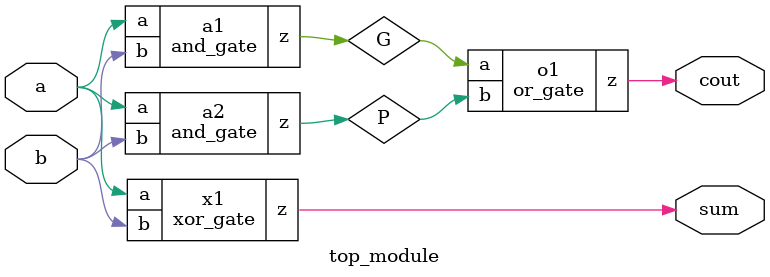
<source format=sv>
module xor_gate (
	input a,
	input b,
	output z
);
	assign z = a ^ b;
endmodule
module and_gate (
	input a,
	input b,
	output z
);
	assign z = a & b;
endmodule
module or_gate (
	input a,
	input b,
	output z
);
	assign z = a | b;
endmodule
module top_module (
	input a,
	input b,
	output sum,
	output cout
);

	// Define signals for the internal wires
	wire G, P;

	// Define internal gates
	xor_gate x1(.a(a), .b(b), .z(sum));
	and_gate a1(.a(a), .b(b), .z(G));
	and_gate a2(.a(a), .b(b), .z(P));
	or_gate o1(.a(G), .b(P), .z(cout));

endmodule

</source>
